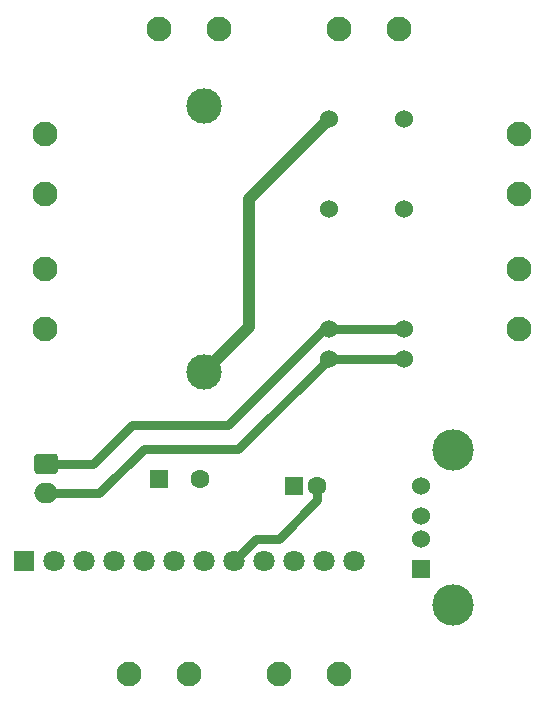
<source format=gbr>
G04 #@! TF.GenerationSoftware,KiCad,Pcbnew,5.1.8*
G04 #@! TF.CreationDate,2021-01-06T23:59:26-05:00*
G04 #@! TF.ProjectId,VoronV0WiringHelper,566f726f-6e56-4305-9769-72696e674865,0*
G04 #@! TF.SameCoordinates,Original*
G04 #@! TF.FileFunction,Copper,L1,Top*
G04 #@! TF.FilePolarity,Positive*
%FSLAX46Y46*%
G04 Gerber Fmt 4.6, Leading zero omitted, Abs format (unit mm)*
G04 Created by KiCad (PCBNEW 5.1.8) date 2021-01-06 23:59:26*
%MOMM*%
%LPD*%
G01*
G04 APERTURE LIST*
G04 #@! TA.AperFunction,ComponentPad*
%ADD10C,1.800000*%
G04 #@! TD*
G04 #@! TA.AperFunction,ComponentPad*
%ADD11R,1.800000X1.800000*%
G04 #@! TD*
G04 #@! TA.AperFunction,ComponentPad*
%ADD12C,1.524000*%
G04 #@! TD*
G04 #@! TA.AperFunction,ComponentPad*
%ADD13R,1.524000X1.524000*%
G04 #@! TD*
G04 #@! TA.AperFunction,ComponentPad*
%ADD14C,3.500000*%
G04 #@! TD*
G04 #@! TA.AperFunction,ComponentPad*
%ADD15C,2.100000*%
G04 #@! TD*
G04 #@! TA.AperFunction,ComponentPad*
%ADD16R,1.600000X1.600000*%
G04 #@! TD*
G04 #@! TA.AperFunction,ComponentPad*
%ADD17C,1.600000*%
G04 #@! TD*
G04 #@! TA.AperFunction,ComponentPad*
%ADD18O,2.000000X1.700000*%
G04 #@! TD*
G04 #@! TA.AperFunction,ComponentPad*
%ADD19C,3.000000*%
G04 #@! TD*
G04 #@! TA.AperFunction,Conductor*
%ADD20C,1.016000*%
G04 #@! TD*
G04 #@! TA.AperFunction,Conductor*
%ADD21C,0.762000*%
G04 #@! TD*
G04 #@! TA.AperFunction,Conductor*
%ADD22C,0.508000*%
G04 #@! TD*
G04 APERTURE END LIST*
D10*
G04 #@! TO.P,PS1,12*
G04 #@! TO.N,Net-(PS1-Pad12)*
X154940000Y-113665000D03*
G04 #@! TO.P,PS1,11*
G04 #@! TO.N,+5V*
X152400000Y-113665000D03*
G04 #@! TO.P,PS1,10*
X149860000Y-113665000D03*
G04 #@! TO.P,PS1,9*
X147320000Y-113665000D03*
G04 #@! TO.P,PS1,8*
G04 #@! TO.N,GND*
X144780000Y-113665000D03*
G04 #@! TO.P,PS1,7*
X142240000Y-113665000D03*
G04 #@! TO.P,PS1,6*
X139700000Y-113665000D03*
G04 #@! TO.P,PS1,5*
X137160000Y-113665000D03*
G04 #@! TO.P,PS1,4*
G04 #@! TO.N,+24V*
X134620000Y-113665000D03*
G04 #@! TO.P,PS1,3*
X132080000Y-113665000D03*
G04 #@! TO.P,PS1,2*
X129540000Y-113665000D03*
D11*
G04 #@! TO.P,PS1,1*
G04 #@! TO.N,Net-(PS1-Pad1)*
X127000000Y-113665000D03*
G04 #@! TD*
D12*
G04 #@! TO.P,U1,4*
G04 #@! TO.N,Net-(F1-Pad1)*
X152819100Y-76187300D03*
G04 #@! TO.P,U1,3*
G04 #@! TO.N,Net-(J1-Pad1)*
X152819100Y-83807300D03*
G04 #@! TO.P,U1,2*
G04 #@! TO.N,/BED_CTRL+*
X152819100Y-93967300D03*
G04 #@! TO.P,U1,1*
G04 #@! TO.N,/BED_CTRL-*
X152819100Y-96507300D03*
G04 #@! TD*
G04 #@! TO.P,U2,4*
G04 #@! TO.N,Net-(J6-Pad1)*
X159169100Y-76187300D03*
G04 #@! TO.P,U2,3*
G04 #@! TO.N,Net-(J3-Pad1)*
X159169100Y-83807300D03*
G04 #@! TO.P,U2,2*
G04 #@! TO.N,/BED_CTRL+*
X159169100Y-93967300D03*
G04 #@! TO.P,U2,1*
G04 #@! TO.N,/BED_CTRL-*
X159169100Y-96507300D03*
G04 #@! TD*
G04 #@! TO.P,J10,4*
G04 #@! TO.N,GND*
X160655000Y-107300000D03*
G04 #@! TO.P,J10,3*
G04 #@! TO.N,Net-(J10-Pad3)*
X160655000Y-109800000D03*
G04 #@! TO.P,J10,2*
G04 #@! TO.N,Net-(J10-Pad2)*
X160655000Y-111800000D03*
D13*
G04 #@! TO.P,J10,1*
G04 #@! TO.N,+5V*
X160655000Y-114300000D03*
D14*
G04 #@! TO.P,J10,5*
G04 #@! TO.N,GND*
X163365000Y-117370000D03*
X163365000Y-104230000D03*
G04 #@! TD*
D15*
G04 #@! TO.P,J8,1*
G04 #@! TO.N,+24V*
X140970000Y-123190000D03*
X135890000Y-123190000D03*
G04 #@! TD*
G04 #@! TO.P,J1,1*
G04 #@! TO.N,Net-(J1-Pad1)*
X128778000Y-77470000D03*
X128778000Y-82550000D03*
G04 #@! TD*
G04 #@! TO.P,J3,1*
G04 #@! TO.N,Net-(J3-Pad1)*
X128778000Y-88900000D03*
X128778000Y-93980000D03*
G04 #@! TD*
G04 #@! TO.P,J5,1*
G04 #@! TO.N,Net-(F1-Pad2)*
X138430000Y-68580000D03*
X143510000Y-68580000D03*
G04 #@! TD*
G04 #@! TO.P,J6,1*
G04 #@! TO.N,Net-(J6-Pad1)*
X153670000Y-68580000D03*
X158750000Y-68580000D03*
G04 #@! TD*
G04 #@! TO.P,J2,1*
G04 #@! TO.N,Net-(J1-Pad1)*
X168910000Y-82550000D03*
X168910000Y-77470000D03*
G04 #@! TD*
G04 #@! TO.P,J4,1*
G04 #@! TO.N,Net-(J3-Pad1)*
X168910000Y-93980000D03*
X168910000Y-88900000D03*
G04 #@! TD*
G04 #@! TO.P,J9,1*
G04 #@! TO.N,GND*
X153670000Y-123190000D03*
X148590000Y-123190000D03*
G04 #@! TD*
D16*
G04 #@! TO.P,C2,1*
G04 #@! TO.N,+5V*
X149860000Y-107315000D03*
D17*
G04 #@! TO.P,C2,2*
G04 #@! TO.N,GND*
X151860000Y-107315000D03*
G04 #@! TD*
D18*
G04 #@! TO.P,J7,2*
G04 #@! TO.N,/BED_CTRL-*
X128905000Y-107910000D03*
G04 #@! TO.P,J7,1*
G04 #@! TO.N,/BED_CTRL+*
G04 #@! TA.AperFunction,ComponentPad*
G36*
G01*
X128155000Y-104560000D02*
X129655000Y-104560000D01*
G75*
G02*
X129905000Y-104810000I0J-250000D01*
G01*
X129905000Y-106010000D01*
G75*
G02*
X129655000Y-106260000I-250000J0D01*
G01*
X128155000Y-106260000D01*
G75*
G02*
X127905000Y-106010000I0J250000D01*
G01*
X127905000Y-104810000D01*
G75*
G02*
X128155000Y-104560000I250000J0D01*
G01*
G37*
G04 #@! TD.AperFunction*
G04 #@! TD*
D16*
G04 #@! TO.P,C1,1*
G04 #@! TO.N,+24V*
X138430000Y-106680000D03*
D17*
G04 #@! TO.P,C1,2*
G04 #@! TO.N,GND*
X141930000Y-106680000D03*
G04 #@! TD*
D19*
G04 #@! TO.P,F1,1*
G04 #@! TO.N,Net-(F1-Pad1)*
X142240000Y-97610000D03*
G04 #@! TO.P,F1,2*
G04 #@! TO.N,Net-(F1-Pad2)*
X142240000Y-75110000D03*
G04 #@! TD*
D20*
G04 #@! TO.N,Net-(F1-Pad1)*
X152819100Y-76187300D02*
X146050000Y-82956400D01*
X146050000Y-93800000D02*
X142240000Y-97610000D01*
X146050000Y-82956400D02*
X146050000Y-93800000D01*
D21*
G04 #@! TO.N,GND*
X151860000Y-108490000D02*
X151860000Y-107315000D01*
X148590000Y-111760000D02*
X151860000Y-108490000D01*
X144780000Y-113665000D02*
X146685000Y-111760000D01*
X146685000Y-111760000D02*
X148590000Y-111760000D01*
G04 #@! TO.N,/BED_CTRL+*
X136144000Y-102108000D02*
X144272000Y-102108000D01*
D22*
X152412700Y-93967300D02*
X152819100Y-93967300D01*
D21*
X144272000Y-102108000D02*
X152412700Y-93967300D01*
X128905000Y-105410000D02*
X132842000Y-105410000D01*
X132842000Y-105410000D02*
X136144000Y-102108000D01*
X152819100Y-93967300D02*
X159169100Y-93967300D01*
G04 #@! TO.N,/BED_CTRL-*
X152819100Y-96507300D02*
X145186400Y-104140000D01*
X145186400Y-104140000D02*
X137160000Y-104140000D01*
X133390000Y-107910000D02*
X128905000Y-107910000D01*
X137160000Y-104140000D02*
X133390000Y-107910000D01*
X152819100Y-96507300D02*
X159169100Y-96507300D01*
G04 #@! TD*
M02*

</source>
